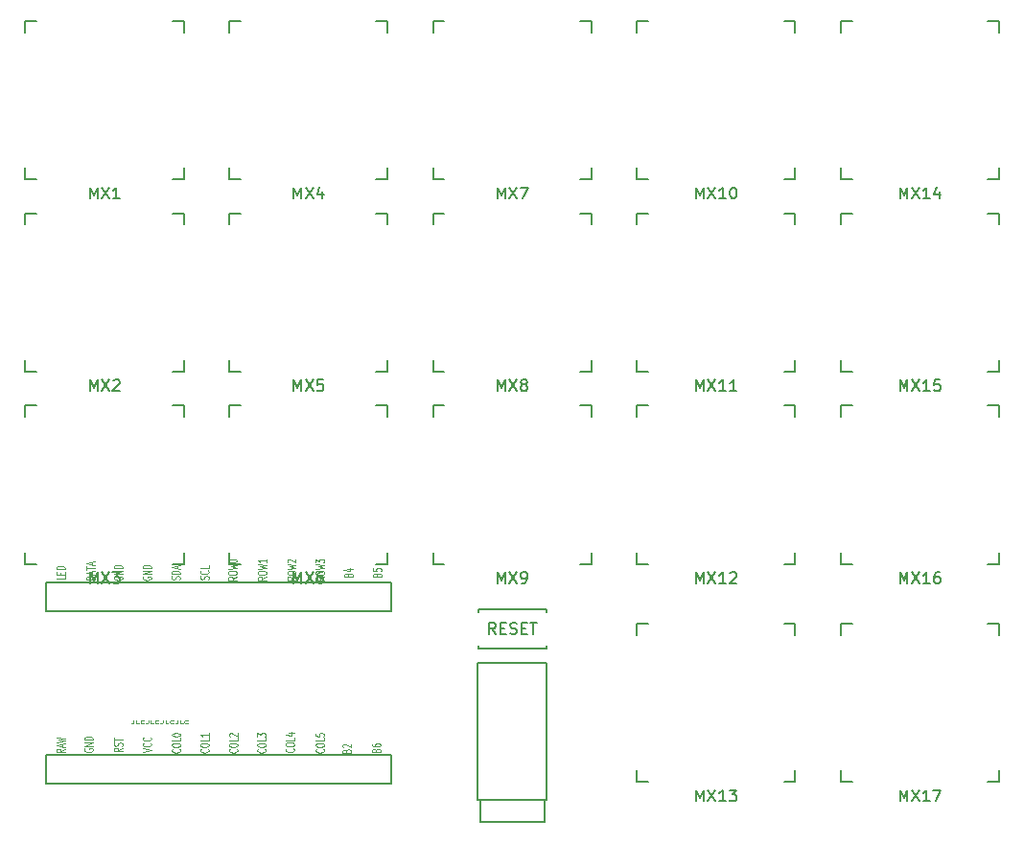
<source format=gto>
%TF.GenerationSoftware,KiCad,Pcbnew,(5.1.12)-1*%
%TF.CreationDate,2021-11-19T00:53:14-08:00*%
%TF.ProjectId,orthodox,6f727468-6f64-46f7-982e-6b696361645f,rev?*%
%TF.SameCoordinates,Original*%
%TF.FileFunction,Legend,Top*%
%TF.FilePolarity,Positive*%
%FSLAX46Y46*%
G04 Gerber Fmt 4.6, Leading zero omitted, Abs format (unit mm)*
G04 Created by KiCad (PCBNEW (5.1.12)-1) date 2021-11-19 00:53:14*
%MOMM*%
%LPD*%
G01*
G04 APERTURE LIST*
%ADD10C,0.037500*%
%ADD11C,0.150000*%
%ADD12C,0.125000*%
G04 APERTURE END LIST*
D10*
X56567676Y-88799214D02*
X56567676Y-89013500D01*
X56543866Y-89056357D01*
X56496247Y-89084928D01*
X56424819Y-89099214D01*
X56377200Y-89099214D01*
X57043866Y-89099214D02*
X56805771Y-89099214D01*
X56805771Y-88799214D01*
X57496247Y-89070642D02*
X57472438Y-89084928D01*
X57401009Y-89099214D01*
X57353390Y-89099214D01*
X57281961Y-89084928D01*
X57234342Y-89056357D01*
X57210533Y-89027785D01*
X57186723Y-88970642D01*
X57186723Y-88927785D01*
X57210533Y-88870642D01*
X57234342Y-88842071D01*
X57281961Y-88813500D01*
X57353390Y-88799214D01*
X57401009Y-88799214D01*
X57472438Y-88813500D01*
X57496247Y-88827785D01*
X57853390Y-88799214D02*
X57853390Y-89013500D01*
X57829580Y-89056357D01*
X57781961Y-89084928D01*
X57710533Y-89099214D01*
X57662914Y-89099214D01*
X58329580Y-89099214D02*
X58091485Y-89099214D01*
X58091485Y-88799214D01*
X58781961Y-89070642D02*
X58758152Y-89084928D01*
X58686723Y-89099214D01*
X58639104Y-89099214D01*
X58567676Y-89084928D01*
X58520057Y-89056357D01*
X58496247Y-89027785D01*
X58472438Y-88970642D01*
X58472438Y-88927785D01*
X58496247Y-88870642D01*
X58520057Y-88842071D01*
X58567676Y-88813500D01*
X58639104Y-88799214D01*
X58686723Y-88799214D01*
X58758152Y-88813500D01*
X58781961Y-88827785D01*
X59139104Y-88799214D02*
X59139104Y-89013500D01*
X59115295Y-89056357D01*
X59067676Y-89084928D01*
X58996247Y-89099214D01*
X58948628Y-89099214D01*
X59615295Y-89099214D02*
X59377200Y-89099214D01*
X59377200Y-88799214D01*
X60067676Y-89070642D02*
X60043866Y-89084928D01*
X59972438Y-89099214D01*
X59924819Y-89099214D01*
X59853390Y-89084928D01*
X59805771Y-89056357D01*
X59781961Y-89027785D01*
X59758152Y-88970642D01*
X59758152Y-88927785D01*
X59781961Y-88870642D01*
X59805771Y-88842071D01*
X59853390Y-88813500D01*
X59924819Y-88799214D01*
X59972438Y-88799214D01*
X60043866Y-88813500D01*
X60067676Y-88827785D01*
X60424819Y-88799214D02*
X60424819Y-89013500D01*
X60401009Y-89056357D01*
X60353390Y-89084928D01*
X60281961Y-89099214D01*
X60234342Y-89099214D01*
X60901009Y-89099214D02*
X60662914Y-89099214D01*
X60662914Y-88799214D01*
X61353390Y-89070642D02*
X61329580Y-89084928D01*
X61258152Y-89099214D01*
X61210533Y-89099214D01*
X61139104Y-89084928D01*
X61091485Y-89056357D01*
X61067676Y-89027785D01*
X61043866Y-88970642D01*
X61043866Y-88927785D01*
X61067676Y-88870642D01*
X61091485Y-88842071D01*
X61139104Y-88813500D01*
X61210533Y-88799214D01*
X61258152Y-88799214D01*
X61329580Y-88813500D01*
X61353390Y-88827785D01*
D11*
%TO.C,MX6*%
X66000000Y-75000000D02*
X65000000Y-75000000D01*
X65000000Y-75000000D02*
X65000000Y-74000000D01*
X65000000Y-62000000D02*
X65000000Y-61000000D01*
X65000000Y-61000000D02*
X66000000Y-61000000D01*
X78000000Y-61000000D02*
X79000000Y-61000000D01*
X79000000Y-61000000D02*
X79000000Y-62000000D01*
X79000000Y-74000000D02*
X79000000Y-75000000D01*
X79000000Y-75000000D02*
X78000000Y-75000000D01*
%TO.C,U2*%
X86970000Y-95805000D02*
X93070000Y-95805000D01*
X86970000Y-83705000D02*
X93070000Y-83705000D01*
X86970000Y-95805000D02*
X86970000Y-83705000D01*
X93070000Y-95805000D02*
X93070000Y-83705000D01*
X87220000Y-95805000D02*
X87220000Y-97805000D01*
X92820000Y-95805000D02*
X92820000Y-97805000D01*
X87220000Y-97805000D02*
X92820000Y-97805000D01*
%TO.C,MX1*%
X61000000Y-41000000D02*
X60000000Y-41000000D01*
X61000000Y-40000000D02*
X61000000Y-41000000D01*
X61000000Y-27000000D02*
X61000000Y-28000000D01*
X60000000Y-27000000D02*
X61000000Y-27000000D01*
X47000000Y-27000000D02*
X48000000Y-27000000D01*
X47000000Y-28000000D02*
X47000000Y-27000000D01*
X47000000Y-41000000D02*
X47000000Y-40000000D01*
X48000000Y-41000000D02*
X47000000Y-41000000D01*
%TO.C,MX2*%
X48000000Y-58000000D02*
X47000000Y-58000000D01*
X47000000Y-58000000D02*
X47000000Y-57000000D01*
X47000000Y-45000000D02*
X47000000Y-44000000D01*
X47000000Y-44000000D02*
X48000000Y-44000000D01*
X60000000Y-44000000D02*
X61000000Y-44000000D01*
X61000000Y-44000000D02*
X61000000Y-45000000D01*
X61000000Y-57000000D02*
X61000000Y-58000000D01*
X61000000Y-58000000D02*
X60000000Y-58000000D01*
%TO.C,MX3*%
X48000000Y-75000000D02*
X47000000Y-75000000D01*
X47000000Y-75000000D02*
X47000000Y-74000000D01*
X47000000Y-62000000D02*
X47000000Y-61000000D01*
X47000000Y-61000000D02*
X48000000Y-61000000D01*
X60000000Y-61000000D02*
X61000000Y-61000000D01*
X61000000Y-61000000D02*
X61000000Y-62000000D01*
X61000000Y-74000000D02*
X61000000Y-75000000D01*
X61000000Y-75000000D02*
X60000000Y-75000000D01*
%TO.C,MX4*%
X66000000Y-41000000D02*
X65000000Y-41000000D01*
X65000000Y-41000000D02*
X65000000Y-40000000D01*
X65000000Y-28000000D02*
X65000000Y-27000000D01*
X65000000Y-27000000D02*
X66000000Y-27000000D01*
X78000000Y-27000000D02*
X79000000Y-27000000D01*
X79000000Y-27000000D02*
X79000000Y-28000000D01*
X79000000Y-40000000D02*
X79000000Y-41000000D01*
X79000000Y-41000000D02*
X78000000Y-41000000D01*
%TO.C,MX5*%
X79000000Y-58000000D02*
X78000000Y-58000000D01*
X79000000Y-57000000D02*
X79000000Y-58000000D01*
X79000000Y-44000000D02*
X79000000Y-45000000D01*
X78000000Y-44000000D02*
X79000000Y-44000000D01*
X65000000Y-44000000D02*
X66000000Y-44000000D01*
X65000000Y-45000000D02*
X65000000Y-44000000D01*
X65000000Y-58000000D02*
X65000000Y-57000000D01*
X66000000Y-58000000D02*
X65000000Y-58000000D01*
%TO.C,MX7*%
X97000000Y-41000000D02*
X96000000Y-41000000D01*
X97000000Y-40000000D02*
X97000000Y-41000000D01*
X97000000Y-27000000D02*
X97000000Y-28000000D01*
X96000000Y-27000000D02*
X97000000Y-27000000D01*
X83000000Y-27000000D02*
X84000000Y-27000000D01*
X83000000Y-28000000D02*
X83000000Y-27000000D01*
X83000000Y-41000000D02*
X83000000Y-40000000D01*
X84000000Y-41000000D02*
X83000000Y-41000000D01*
%TO.C,MX8*%
X84000000Y-58000000D02*
X83000000Y-58000000D01*
X83000000Y-58000000D02*
X83000000Y-57000000D01*
X83000000Y-45000000D02*
X83000000Y-44000000D01*
X83000000Y-44000000D02*
X84000000Y-44000000D01*
X96000000Y-44000000D02*
X97000000Y-44000000D01*
X97000000Y-44000000D02*
X97000000Y-45000000D01*
X97000000Y-57000000D02*
X97000000Y-58000000D01*
X97000000Y-58000000D02*
X96000000Y-58000000D01*
%TO.C,MX9*%
X84000000Y-75000000D02*
X83000000Y-75000000D01*
X83000000Y-75000000D02*
X83000000Y-74000000D01*
X83000000Y-62000000D02*
X83000000Y-61000000D01*
X83000000Y-61000000D02*
X84000000Y-61000000D01*
X96000000Y-61000000D02*
X97000000Y-61000000D01*
X97000000Y-61000000D02*
X97000000Y-62000000D01*
X97000000Y-74000000D02*
X97000000Y-75000000D01*
X97000000Y-75000000D02*
X96000000Y-75000000D01*
%TO.C,MX10*%
X102000000Y-41000000D02*
X101000000Y-41000000D01*
X101000000Y-41000000D02*
X101000000Y-40000000D01*
X101000000Y-28000000D02*
X101000000Y-27000000D01*
X101000000Y-27000000D02*
X102000000Y-27000000D01*
X114000000Y-27000000D02*
X115000000Y-27000000D01*
X115000000Y-27000000D02*
X115000000Y-28000000D01*
X115000000Y-40000000D02*
X115000000Y-41000000D01*
X115000000Y-41000000D02*
X114000000Y-41000000D01*
%TO.C,MX11*%
X115000000Y-58000000D02*
X114000000Y-58000000D01*
X115000000Y-57000000D02*
X115000000Y-58000000D01*
X115000000Y-44000000D02*
X115000000Y-45000000D01*
X114000000Y-44000000D02*
X115000000Y-44000000D01*
X101000000Y-44000000D02*
X102000000Y-44000000D01*
X101000000Y-45000000D02*
X101000000Y-44000000D01*
X101000000Y-58000000D02*
X101000000Y-57000000D01*
X102000000Y-58000000D02*
X101000000Y-58000000D01*
%TO.C,MX12*%
X102000000Y-75000000D02*
X101000000Y-75000000D01*
X101000000Y-75000000D02*
X101000000Y-74000000D01*
X101000000Y-62000000D02*
X101000000Y-61000000D01*
X101000000Y-61000000D02*
X102000000Y-61000000D01*
X114000000Y-61000000D02*
X115000000Y-61000000D01*
X115000000Y-61000000D02*
X115000000Y-62000000D01*
X115000000Y-74000000D02*
X115000000Y-75000000D01*
X115000000Y-75000000D02*
X114000000Y-75000000D01*
%TO.C,MX13*%
X102000000Y-94250000D02*
X101000000Y-94250000D01*
X101000000Y-94250000D02*
X101000000Y-93250000D01*
X101000000Y-81250000D02*
X101000000Y-80250000D01*
X101000000Y-80250000D02*
X102000000Y-80250000D01*
X114000000Y-80250000D02*
X115000000Y-80250000D01*
X115000000Y-80250000D02*
X115000000Y-81250000D01*
X115000000Y-93250000D02*
X115000000Y-94250000D01*
X115000000Y-94250000D02*
X114000000Y-94250000D01*
%TO.C,MX14*%
X133000000Y-41000000D02*
X132000000Y-41000000D01*
X133000000Y-40000000D02*
X133000000Y-41000000D01*
X133000000Y-27000000D02*
X133000000Y-28000000D01*
X132000000Y-27000000D02*
X133000000Y-27000000D01*
X119000000Y-27000000D02*
X120000000Y-27000000D01*
X119000000Y-28000000D02*
X119000000Y-27000000D01*
X119000000Y-41000000D02*
X119000000Y-40000000D01*
X120000000Y-41000000D02*
X119000000Y-41000000D01*
%TO.C,MX15*%
X120000000Y-58000000D02*
X119000000Y-58000000D01*
X119000000Y-58000000D02*
X119000000Y-57000000D01*
X119000000Y-45000000D02*
X119000000Y-44000000D01*
X119000000Y-44000000D02*
X120000000Y-44000000D01*
X132000000Y-44000000D02*
X133000000Y-44000000D01*
X133000000Y-44000000D02*
X133000000Y-45000000D01*
X133000000Y-57000000D02*
X133000000Y-58000000D01*
X133000000Y-58000000D02*
X132000000Y-58000000D01*
%TO.C,MX16*%
X133000000Y-75000000D02*
X132000000Y-75000000D01*
X133000000Y-74000000D02*
X133000000Y-75000000D01*
X133000000Y-61000000D02*
X133000000Y-62000000D01*
X132000000Y-61000000D02*
X133000000Y-61000000D01*
X119000000Y-61000000D02*
X120000000Y-61000000D01*
X119000000Y-62000000D02*
X119000000Y-61000000D01*
X119000000Y-75000000D02*
X119000000Y-74000000D01*
X120000000Y-75000000D02*
X119000000Y-75000000D01*
%TO.C,MX17*%
X133000000Y-94250000D02*
X132000000Y-94250000D01*
X133000000Y-93250000D02*
X133000000Y-94250000D01*
X133000000Y-80250000D02*
X133000000Y-81250000D01*
X132000000Y-80250000D02*
X133000000Y-80250000D01*
X119000000Y-80250000D02*
X120000000Y-80250000D01*
X119000000Y-81250000D02*
X119000000Y-80250000D01*
X119000000Y-94250000D02*
X119000000Y-93250000D01*
X120000000Y-94250000D02*
X119000000Y-94250000D01*
%TO.C,SW1*%
X93000000Y-78980000D02*
X87000000Y-78980000D01*
X87000000Y-78980000D02*
X87000000Y-79230000D01*
X93000000Y-78980000D02*
X93000000Y-79230000D01*
X93000000Y-82480000D02*
X93000000Y-82230000D01*
X93000000Y-82480000D02*
X87000000Y-82480000D01*
X87000000Y-82480000D02*
X87000000Y-82230000D01*
%TO.C,U1*%
X79302000Y-76640000D02*
X48822000Y-76640000D01*
X79302000Y-79180000D02*
X79302000Y-76640000D01*
X48822000Y-79180000D02*
X79302000Y-79180000D01*
X48822000Y-76640000D02*
X48822000Y-79180000D01*
X79302000Y-91880000D02*
X48822000Y-91880000D01*
X79302000Y-94420000D02*
X79302000Y-91880000D01*
X48822000Y-94420000D02*
X79302000Y-94420000D01*
X48822000Y-91880000D02*
X48822000Y-94420000D01*
%TO.C,MX6*%
X70714285Y-76707380D02*
X70714285Y-75707380D01*
X71047619Y-76421666D01*
X71380952Y-75707380D01*
X71380952Y-76707380D01*
X71761904Y-75707380D02*
X72428571Y-76707380D01*
X72428571Y-75707380D02*
X71761904Y-76707380D01*
X73238095Y-75707380D02*
X73047619Y-75707380D01*
X72952380Y-75755000D01*
X72904761Y-75802619D01*
X72809523Y-75945476D01*
X72761904Y-76135952D01*
X72761904Y-76516904D01*
X72809523Y-76612142D01*
X72857142Y-76659761D01*
X72952380Y-76707380D01*
X73142857Y-76707380D01*
X73238095Y-76659761D01*
X73285714Y-76612142D01*
X73333333Y-76516904D01*
X73333333Y-76278809D01*
X73285714Y-76183571D01*
X73238095Y-76135952D01*
X73142857Y-76088333D01*
X72952380Y-76088333D01*
X72857142Y-76135952D01*
X72809523Y-76183571D01*
X72761904Y-76278809D01*
%TO.C,MX1*%
X52714285Y-42707380D02*
X52714285Y-41707380D01*
X53047619Y-42421666D01*
X53380952Y-41707380D01*
X53380952Y-42707380D01*
X53761904Y-41707380D02*
X54428571Y-42707380D01*
X54428571Y-41707380D02*
X53761904Y-42707380D01*
X55333333Y-42707380D02*
X54761904Y-42707380D01*
X55047619Y-42707380D02*
X55047619Y-41707380D01*
X54952380Y-41850238D01*
X54857142Y-41945476D01*
X54761904Y-41993095D01*
%TO.C,MX2*%
X52714285Y-59707380D02*
X52714285Y-58707380D01*
X53047619Y-59421666D01*
X53380952Y-58707380D01*
X53380952Y-59707380D01*
X53761904Y-58707380D02*
X54428571Y-59707380D01*
X54428571Y-58707380D02*
X53761904Y-59707380D01*
X54761904Y-58802619D02*
X54809523Y-58755000D01*
X54904761Y-58707380D01*
X55142857Y-58707380D01*
X55238095Y-58755000D01*
X55285714Y-58802619D01*
X55333333Y-58897857D01*
X55333333Y-58993095D01*
X55285714Y-59135952D01*
X54714285Y-59707380D01*
X55333333Y-59707380D01*
%TO.C,MX3*%
X52714285Y-76707380D02*
X52714285Y-75707380D01*
X53047619Y-76421666D01*
X53380952Y-75707380D01*
X53380952Y-76707380D01*
X53761904Y-75707380D02*
X54428571Y-76707380D01*
X54428571Y-75707380D02*
X53761904Y-76707380D01*
X54714285Y-75707380D02*
X55333333Y-75707380D01*
X55000000Y-76088333D01*
X55142857Y-76088333D01*
X55238095Y-76135952D01*
X55285714Y-76183571D01*
X55333333Y-76278809D01*
X55333333Y-76516904D01*
X55285714Y-76612142D01*
X55238095Y-76659761D01*
X55142857Y-76707380D01*
X54857142Y-76707380D01*
X54761904Y-76659761D01*
X54714285Y-76612142D01*
%TO.C,MX4*%
X70714285Y-42707380D02*
X70714285Y-41707380D01*
X71047619Y-42421666D01*
X71380952Y-41707380D01*
X71380952Y-42707380D01*
X71761904Y-41707380D02*
X72428571Y-42707380D01*
X72428571Y-41707380D02*
X71761904Y-42707380D01*
X73238095Y-42040714D02*
X73238095Y-42707380D01*
X73000000Y-41659761D02*
X72761904Y-42374047D01*
X73380952Y-42374047D01*
%TO.C,MX5*%
X70714285Y-59707380D02*
X70714285Y-58707380D01*
X71047619Y-59421666D01*
X71380952Y-58707380D01*
X71380952Y-59707380D01*
X71761904Y-58707380D02*
X72428571Y-59707380D01*
X72428571Y-58707380D02*
X71761904Y-59707380D01*
X73285714Y-58707380D02*
X72809523Y-58707380D01*
X72761904Y-59183571D01*
X72809523Y-59135952D01*
X72904761Y-59088333D01*
X73142857Y-59088333D01*
X73238095Y-59135952D01*
X73285714Y-59183571D01*
X73333333Y-59278809D01*
X73333333Y-59516904D01*
X73285714Y-59612142D01*
X73238095Y-59659761D01*
X73142857Y-59707380D01*
X72904761Y-59707380D01*
X72809523Y-59659761D01*
X72761904Y-59612142D01*
%TO.C,MX7*%
X88714285Y-42707380D02*
X88714285Y-41707380D01*
X89047619Y-42421666D01*
X89380952Y-41707380D01*
X89380952Y-42707380D01*
X89761904Y-41707380D02*
X90428571Y-42707380D01*
X90428571Y-41707380D02*
X89761904Y-42707380D01*
X90714285Y-41707380D02*
X91380952Y-41707380D01*
X90952380Y-42707380D01*
%TO.C,MX8*%
X88714285Y-59707380D02*
X88714285Y-58707380D01*
X89047619Y-59421666D01*
X89380952Y-58707380D01*
X89380952Y-59707380D01*
X89761904Y-58707380D02*
X90428571Y-59707380D01*
X90428571Y-58707380D02*
X89761904Y-59707380D01*
X90952380Y-59135952D02*
X90857142Y-59088333D01*
X90809523Y-59040714D01*
X90761904Y-58945476D01*
X90761904Y-58897857D01*
X90809523Y-58802619D01*
X90857142Y-58755000D01*
X90952380Y-58707380D01*
X91142857Y-58707380D01*
X91238095Y-58755000D01*
X91285714Y-58802619D01*
X91333333Y-58897857D01*
X91333333Y-58945476D01*
X91285714Y-59040714D01*
X91238095Y-59088333D01*
X91142857Y-59135952D01*
X90952380Y-59135952D01*
X90857142Y-59183571D01*
X90809523Y-59231190D01*
X90761904Y-59326428D01*
X90761904Y-59516904D01*
X90809523Y-59612142D01*
X90857142Y-59659761D01*
X90952380Y-59707380D01*
X91142857Y-59707380D01*
X91238095Y-59659761D01*
X91285714Y-59612142D01*
X91333333Y-59516904D01*
X91333333Y-59326428D01*
X91285714Y-59231190D01*
X91238095Y-59183571D01*
X91142857Y-59135952D01*
%TO.C,MX9*%
X88714285Y-76707380D02*
X88714285Y-75707380D01*
X89047619Y-76421666D01*
X89380952Y-75707380D01*
X89380952Y-76707380D01*
X89761904Y-75707380D02*
X90428571Y-76707380D01*
X90428571Y-75707380D02*
X89761904Y-76707380D01*
X90857142Y-76707380D02*
X91047619Y-76707380D01*
X91142857Y-76659761D01*
X91190476Y-76612142D01*
X91285714Y-76469285D01*
X91333333Y-76278809D01*
X91333333Y-75897857D01*
X91285714Y-75802619D01*
X91238095Y-75755000D01*
X91142857Y-75707380D01*
X90952380Y-75707380D01*
X90857142Y-75755000D01*
X90809523Y-75802619D01*
X90761904Y-75897857D01*
X90761904Y-76135952D01*
X90809523Y-76231190D01*
X90857142Y-76278809D01*
X90952380Y-76326428D01*
X91142857Y-76326428D01*
X91238095Y-76278809D01*
X91285714Y-76231190D01*
X91333333Y-76135952D01*
%TO.C,MX10*%
X106238095Y-42707380D02*
X106238095Y-41707380D01*
X106571428Y-42421666D01*
X106904761Y-41707380D01*
X106904761Y-42707380D01*
X107285714Y-41707380D02*
X107952380Y-42707380D01*
X107952380Y-41707380D02*
X107285714Y-42707380D01*
X108857142Y-42707380D02*
X108285714Y-42707380D01*
X108571428Y-42707380D02*
X108571428Y-41707380D01*
X108476190Y-41850238D01*
X108380952Y-41945476D01*
X108285714Y-41993095D01*
X109476190Y-41707380D02*
X109571428Y-41707380D01*
X109666666Y-41755000D01*
X109714285Y-41802619D01*
X109761904Y-41897857D01*
X109809523Y-42088333D01*
X109809523Y-42326428D01*
X109761904Y-42516904D01*
X109714285Y-42612142D01*
X109666666Y-42659761D01*
X109571428Y-42707380D01*
X109476190Y-42707380D01*
X109380952Y-42659761D01*
X109333333Y-42612142D01*
X109285714Y-42516904D01*
X109238095Y-42326428D01*
X109238095Y-42088333D01*
X109285714Y-41897857D01*
X109333333Y-41802619D01*
X109380952Y-41755000D01*
X109476190Y-41707380D01*
%TO.C,MX11*%
X106238095Y-59707380D02*
X106238095Y-58707380D01*
X106571428Y-59421666D01*
X106904761Y-58707380D01*
X106904761Y-59707380D01*
X107285714Y-58707380D02*
X107952380Y-59707380D01*
X107952380Y-58707380D02*
X107285714Y-59707380D01*
X108857142Y-59707380D02*
X108285714Y-59707380D01*
X108571428Y-59707380D02*
X108571428Y-58707380D01*
X108476190Y-58850238D01*
X108380952Y-58945476D01*
X108285714Y-58993095D01*
X109809523Y-59707380D02*
X109238095Y-59707380D01*
X109523809Y-59707380D02*
X109523809Y-58707380D01*
X109428571Y-58850238D01*
X109333333Y-58945476D01*
X109238095Y-58993095D01*
%TO.C,MX12*%
X106238095Y-76707380D02*
X106238095Y-75707380D01*
X106571428Y-76421666D01*
X106904761Y-75707380D01*
X106904761Y-76707380D01*
X107285714Y-75707380D02*
X107952380Y-76707380D01*
X107952380Y-75707380D02*
X107285714Y-76707380D01*
X108857142Y-76707380D02*
X108285714Y-76707380D01*
X108571428Y-76707380D02*
X108571428Y-75707380D01*
X108476190Y-75850238D01*
X108380952Y-75945476D01*
X108285714Y-75993095D01*
X109238095Y-75802619D02*
X109285714Y-75755000D01*
X109380952Y-75707380D01*
X109619047Y-75707380D01*
X109714285Y-75755000D01*
X109761904Y-75802619D01*
X109809523Y-75897857D01*
X109809523Y-75993095D01*
X109761904Y-76135952D01*
X109190476Y-76707380D01*
X109809523Y-76707380D01*
%TO.C,MX13*%
X106238095Y-95957380D02*
X106238095Y-94957380D01*
X106571428Y-95671666D01*
X106904761Y-94957380D01*
X106904761Y-95957380D01*
X107285714Y-94957380D02*
X107952380Y-95957380D01*
X107952380Y-94957380D02*
X107285714Y-95957380D01*
X108857142Y-95957380D02*
X108285714Y-95957380D01*
X108571428Y-95957380D02*
X108571428Y-94957380D01*
X108476190Y-95100238D01*
X108380952Y-95195476D01*
X108285714Y-95243095D01*
X109190476Y-94957380D02*
X109809523Y-94957380D01*
X109476190Y-95338333D01*
X109619047Y-95338333D01*
X109714285Y-95385952D01*
X109761904Y-95433571D01*
X109809523Y-95528809D01*
X109809523Y-95766904D01*
X109761904Y-95862142D01*
X109714285Y-95909761D01*
X109619047Y-95957380D01*
X109333333Y-95957380D01*
X109238095Y-95909761D01*
X109190476Y-95862142D01*
%TO.C,MX14*%
X124238095Y-42707380D02*
X124238095Y-41707380D01*
X124571428Y-42421666D01*
X124904761Y-41707380D01*
X124904761Y-42707380D01*
X125285714Y-41707380D02*
X125952380Y-42707380D01*
X125952380Y-41707380D02*
X125285714Y-42707380D01*
X126857142Y-42707380D02*
X126285714Y-42707380D01*
X126571428Y-42707380D02*
X126571428Y-41707380D01*
X126476190Y-41850238D01*
X126380952Y-41945476D01*
X126285714Y-41993095D01*
X127714285Y-42040714D02*
X127714285Y-42707380D01*
X127476190Y-41659761D02*
X127238095Y-42374047D01*
X127857142Y-42374047D01*
%TO.C,MX15*%
X124238095Y-59707380D02*
X124238095Y-58707380D01*
X124571428Y-59421666D01*
X124904761Y-58707380D01*
X124904761Y-59707380D01*
X125285714Y-58707380D02*
X125952380Y-59707380D01*
X125952380Y-58707380D02*
X125285714Y-59707380D01*
X126857142Y-59707380D02*
X126285714Y-59707380D01*
X126571428Y-59707380D02*
X126571428Y-58707380D01*
X126476190Y-58850238D01*
X126380952Y-58945476D01*
X126285714Y-58993095D01*
X127761904Y-58707380D02*
X127285714Y-58707380D01*
X127238095Y-59183571D01*
X127285714Y-59135952D01*
X127380952Y-59088333D01*
X127619047Y-59088333D01*
X127714285Y-59135952D01*
X127761904Y-59183571D01*
X127809523Y-59278809D01*
X127809523Y-59516904D01*
X127761904Y-59612142D01*
X127714285Y-59659761D01*
X127619047Y-59707380D01*
X127380952Y-59707380D01*
X127285714Y-59659761D01*
X127238095Y-59612142D01*
%TO.C,MX16*%
X124238095Y-76707380D02*
X124238095Y-75707380D01*
X124571428Y-76421666D01*
X124904761Y-75707380D01*
X124904761Y-76707380D01*
X125285714Y-75707380D02*
X125952380Y-76707380D01*
X125952380Y-75707380D02*
X125285714Y-76707380D01*
X126857142Y-76707380D02*
X126285714Y-76707380D01*
X126571428Y-76707380D02*
X126571428Y-75707380D01*
X126476190Y-75850238D01*
X126380952Y-75945476D01*
X126285714Y-75993095D01*
X127714285Y-75707380D02*
X127523809Y-75707380D01*
X127428571Y-75755000D01*
X127380952Y-75802619D01*
X127285714Y-75945476D01*
X127238095Y-76135952D01*
X127238095Y-76516904D01*
X127285714Y-76612142D01*
X127333333Y-76659761D01*
X127428571Y-76707380D01*
X127619047Y-76707380D01*
X127714285Y-76659761D01*
X127761904Y-76612142D01*
X127809523Y-76516904D01*
X127809523Y-76278809D01*
X127761904Y-76183571D01*
X127714285Y-76135952D01*
X127619047Y-76088333D01*
X127428571Y-76088333D01*
X127333333Y-76135952D01*
X127285714Y-76183571D01*
X127238095Y-76278809D01*
%TO.C,MX17*%
X124238095Y-95957380D02*
X124238095Y-94957380D01*
X124571428Y-95671666D01*
X124904761Y-94957380D01*
X124904761Y-95957380D01*
X125285714Y-94957380D02*
X125952380Y-95957380D01*
X125952380Y-94957380D02*
X125285714Y-95957380D01*
X126857142Y-95957380D02*
X126285714Y-95957380D01*
X126571428Y-95957380D02*
X126571428Y-94957380D01*
X126476190Y-95100238D01*
X126380952Y-95195476D01*
X126285714Y-95243095D01*
X127190476Y-94957380D02*
X127857142Y-94957380D01*
X127428571Y-95957380D01*
%TO.C,SW1*%
X88547619Y-81182380D02*
X88214285Y-80706190D01*
X87976190Y-81182380D02*
X87976190Y-80182380D01*
X88357142Y-80182380D01*
X88452380Y-80230000D01*
X88500000Y-80277619D01*
X88547619Y-80372857D01*
X88547619Y-80515714D01*
X88500000Y-80610952D01*
X88452380Y-80658571D01*
X88357142Y-80706190D01*
X87976190Y-80706190D01*
X88976190Y-80658571D02*
X89309523Y-80658571D01*
X89452380Y-81182380D02*
X88976190Y-81182380D01*
X88976190Y-80182380D01*
X89452380Y-80182380D01*
X89833333Y-81134761D02*
X89976190Y-81182380D01*
X90214285Y-81182380D01*
X90309523Y-81134761D01*
X90357142Y-81087142D01*
X90404761Y-80991904D01*
X90404761Y-80896666D01*
X90357142Y-80801428D01*
X90309523Y-80753809D01*
X90214285Y-80706190D01*
X90023809Y-80658571D01*
X89928571Y-80610952D01*
X89880952Y-80563333D01*
X89833333Y-80468095D01*
X89833333Y-80372857D01*
X89880952Y-80277619D01*
X89928571Y-80230000D01*
X90023809Y-80182380D01*
X90261904Y-80182380D01*
X90404761Y-80230000D01*
X90833333Y-80658571D02*
X91166666Y-80658571D01*
X91309523Y-81182380D02*
X90833333Y-81182380D01*
X90833333Y-80182380D01*
X91309523Y-80182380D01*
X91595238Y-80182380D02*
X92166666Y-80182380D01*
X91880952Y-81182380D02*
X91880952Y-80182380D01*
%TO.C,U1*%
D12*
X68274785Y-76130952D02*
X67917642Y-76297619D01*
X68274785Y-76416666D02*
X67524785Y-76416666D01*
X67524785Y-76226190D01*
X67560500Y-76178571D01*
X67596214Y-76154761D01*
X67667642Y-76130952D01*
X67774785Y-76130952D01*
X67846214Y-76154761D01*
X67881928Y-76178571D01*
X67917642Y-76226190D01*
X67917642Y-76416666D01*
X67524785Y-75821428D02*
X67524785Y-75726190D01*
X67560500Y-75678571D01*
X67631928Y-75630952D01*
X67774785Y-75607142D01*
X68024785Y-75607142D01*
X68167642Y-75630952D01*
X68239071Y-75678571D01*
X68274785Y-75726190D01*
X68274785Y-75821428D01*
X68239071Y-75869047D01*
X68167642Y-75916666D01*
X68024785Y-75940476D01*
X67774785Y-75940476D01*
X67631928Y-75916666D01*
X67560500Y-75869047D01*
X67524785Y-75821428D01*
X67524785Y-75440476D02*
X68274785Y-75321428D01*
X67739071Y-75226190D01*
X68274785Y-75130952D01*
X67524785Y-75011904D01*
X68274785Y-74559523D02*
X68274785Y-74845238D01*
X68274785Y-74702380D02*
X67524785Y-74702380D01*
X67631928Y-74750000D01*
X67703357Y-74797619D01*
X67739071Y-74845238D01*
X70679857Y-91297619D02*
X70715571Y-91321428D01*
X70751285Y-91392857D01*
X70751285Y-91440476D01*
X70715571Y-91511904D01*
X70644142Y-91559523D01*
X70572714Y-91583333D01*
X70429857Y-91607142D01*
X70322714Y-91607142D01*
X70179857Y-91583333D01*
X70108428Y-91559523D01*
X70037000Y-91511904D01*
X70001285Y-91440476D01*
X70001285Y-91392857D01*
X70037000Y-91321428D01*
X70072714Y-91297619D01*
X70001285Y-90988095D02*
X70001285Y-90892857D01*
X70037000Y-90845238D01*
X70108428Y-90797619D01*
X70251285Y-90773809D01*
X70501285Y-90773809D01*
X70644142Y-90797619D01*
X70715571Y-90845238D01*
X70751285Y-90892857D01*
X70751285Y-90988095D01*
X70715571Y-91035714D01*
X70644142Y-91083333D01*
X70501285Y-91107142D01*
X70251285Y-91107142D01*
X70108428Y-91083333D01*
X70037000Y-91035714D01*
X70001285Y-90988095D01*
X70751285Y-90321428D02*
X70751285Y-90559523D01*
X70001285Y-90559523D01*
X70251285Y-89940476D02*
X70751285Y-89940476D01*
X69965571Y-90059523D02*
X70501285Y-90178571D01*
X70501285Y-89869047D01*
X70878285Y-76130952D02*
X70521142Y-76297619D01*
X70878285Y-76416666D02*
X70128285Y-76416666D01*
X70128285Y-76226190D01*
X70164000Y-76178571D01*
X70199714Y-76154761D01*
X70271142Y-76130952D01*
X70378285Y-76130952D01*
X70449714Y-76154761D01*
X70485428Y-76178571D01*
X70521142Y-76226190D01*
X70521142Y-76416666D01*
X70128285Y-75821428D02*
X70128285Y-75726190D01*
X70164000Y-75678571D01*
X70235428Y-75630952D01*
X70378285Y-75607142D01*
X70628285Y-75607142D01*
X70771142Y-75630952D01*
X70842571Y-75678571D01*
X70878285Y-75726190D01*
X70878285Y-75821428D01*
X70842571Y-75869047D01*
X70771142Y-75916666D01*
X70628285Y-75940476D01*
X70378285Y-75940476D01*
X70235428Y-75916666D01*
X70164000Y-75869047D01*
X70128285Y-75821428D01*
X70128285Y-75440476D02*
X70878285Y-75321428D01*
X70342571Y-75226190D01*
X70878285Y-75130952D01*
X70128285Y-75011904D01*
X70199714Y-74845238D02*
X70164000Y-74821428D01*
X70128285Y-74773809D01*
X70128285Y-74654761D01*
X70164000Y-74607142D01*
X70199714Y-74583333D01*
X70271142Y-74559523D01*
X70342571Y-74559523D01*
X70449714Y-74583333D01*
X70878285Y-74869047D01*
X70878285Y-74559523D01*
X73317857Y-91347619D02*
X73353571Y-91371428D01*
X73389285Y-91442857D01*
X73389285Y-91490476D01*
X73353571Y-91561904D01*
X73282142Y-91609523D01*
X73210714Y-91633333D01*
X73067857Y-91657142D01*
X72960714Y-91657142D01*
X72817857Y-91633333D01*
X72746428Y-91609523D01*
X72675000Y-91561904D01*
X72639285Y-91490476D01*
X72639285Y-91442857D01*
X72675000Y-91371428D01*
X72710714Y-91347619D01*
X72639285Y-91038095D02*
X72639285Y-90942857D01*
X72675000Y-90895238D01*
X72746428Y-90847619D01*
X72889285Y-90823809D01*
X73139285Y-90823809D01*
X73282142Y-90847619D01*
X73353571Y-90895238D01*
X73389285Y-90942857D01*
X73389285Y-91038095D01*
X73353571Y-91085714D01*
X73282142Y-91133333D01*
X73139285Y-91157142D01*
X72889285Y-91157142D01*
X72746428Y-91133333D01*
X72675000Y-91085714D01*
X72639285Y-91038095D01*
X73389285Y-90371428D02*
X73389285Y-90609523D01*
X72639285Y-90609523D01*
X72639285Y-89966666D02*
X72639285Y-90204761D01*
X72996428Y-90228571D01*
X72960714Y-90204761D01*
X72925000Y-90157142D01*
X72925000Y-90038095D01*
X72960714Y-89990476D01*
X72996428Y-89966666D01*
X73067857Y-89942857D01*
X73246428Y-89942857D01*
X73317857Y-89966666D01*
X73353571Y-89990476D01*
X73389285Y-90038095D01*
X73389285Y-90157142D01*
X73353571Y-90204761D01*
X73317857Y-90228571D01*
X73389285Y-76130952D02*
X73032142Y-76297619D01*
X73389285Y-76416666D02*
X72639285Y-76416666D01*
X72639285Y-76226190D01*
X72675000Y-76178571D01*
X72710714Y-76154761D01*
X72782142Y-76130952D01*
X72889285Y-76130952D01*
X72960714Y-76154761D01*
X72996428Y-76178571D01*
X73032142Y-76226190D01*
X73032142Y-76416666D01*
X72639285Y-75821428D02*
X72639285Y-75726190D01*
X72675000Y-75678571D01*
X72746428Y-75630952D01*
X72889285Y-75607142D01*
X73139285Y-75607142D01*
X73282142Y-75630952D01*
X73353571Y-75678571D01*
X73389285Y-75726190D01*
X73389285Y-75821428D01*
X73353571Y-75869047D01*
X73282142Y-75916666D01*
X73139285Y-75940476D01*
X72889285Y-75940476D01*
X72746428Y-75916666D01*
X72675000Y-75869047D01*
X72639285Y-75821428D01*
X72639285Y-75440476D02*
X73389285Y-75321428D01*
X72853571Y-75226190D01*
X73389285Y-75130952D01*
X72639285Y-75011904D01*
X72639285Y-74869047D02*
X72639285Y-74559523D01*
X72925000Y-74726190D01*
X72925000Y-74654761D01*
X72960714Y-74607142D01*
X72996428Y-74583333D01*
X73067857Y-74559523D01*
X73246428Y-74559523D01*
X73317857Y-74583333D01*
X73353571Y-74607142D01*
X73389285Y-74654761D01*
X73389285Y-74797619D01*
X73353571Y-74845238D01*
X73317857Y-74869047D01*
X75374928Y-91510880D02*
X75410642Y-91439452D01*
X75446357Y-91415642D01*
X75517785Y-91391833D01*
X75624928Y-91391833D01*
X75696357Y-91415642D01*
X75732071Y-91439452D01*
X75767785Y-91487071D01*
X75767785Y-91677547D01*
X75017785Y-91677547D01*
X75017785Y-91510880D01*
X75053500Y-91463261D01*
X75089214Y-91439452D01*
X75160642Y-91415642D01*
X75232071Y-91415642D01*
X75303500Y-91439452D01*
X75339214Y-91463261D01*
X75374928Y-91510880D01*
X75374928Y-91677547D01*
X75089214Y-91201357D02*
X75053500Y-91177547D01*
X75017785Y-91129928D01*
X75017785Y-91010880D01*
X75053500Y-90963261D01*
X75089214Y-90939452D01*
X75160642Y-90915642D01*
X75232071Y-90915642D01*
X75339214Y-90939452D01*
X75767785Y-91225166D01*
X75767785Y-90915642D01*
X75501928Y-75953380D02*
X75537642Y-75881952D01*
X75573357Y-75858142D01*
X75644785Y-75834333D01*
X75751928Y-75834333D01*
X75823357Y-75858142D01*
X75859071Y-75881952D01*
X75894785Y-75929571D01*
X75894785Y-76120047D01*
X75144785Y-76120047D01*
X75144785Y-75953380D01*
X75180500Y-75905761D01*
X75216214Y-75881952D01*
X75287642Y-75858142D01*
X75359071Y-75858142D01*
X75430500Y-75881952D01*
X75466214Y-75905761D01*
X75501928Y-75953380D01*
X75501928Y-76120047D01*
X75394785Y-75405761D02*
X75894785Y-75405761D01*
X75109071Y-75524809D02*
X75644785Y-75643857D01*
X75644785Y-75334333D01*
X78041928Y-75953380D02*
X78077642Y-75881952D01*
X78113357Y-75858142D01*
X78184785Y-75834333D01*
X78291928Y-75834333D01*
X78363357Y-75858142D01*
X78399071Y-75881952D01*
X78434785Y-75929571D01*
X78434785Y-76120047D01*
X77684785Y-76120047D01*
X77684785Y-75953380D01*
X77720500Y-75905761D01*
X77756214Y-75881952D01*
X77827642Y-75858142D01*
X77899071Y-75858142D01*
X77970500Y-75881952D01*
X78006214Y-75905761D01*
X78041928Y-75953380D01*
X78041928Y-76120047D01*
X77684785Y-75381952D02*
X77684785Y-75620047D01*
X78041928Y-75643857D01*
X78006214Y-75620047D01*
X77970500Y-75572428D01*
X77970500Y-75453380D01*
X78006214Y-75405761D01*
X78041928Y-75381952D01*
X78113357Y-75358142D01*
X78291928Y-75358142D01*
X78363357Y-75381952D01*
X78399071Y-75405761D01*
X78434785Y-75453380D01*
X78434785Y-75572428D01*
X78399071Y-75620047D01*
X78363357Y-75643857D01*
X77978428Y-91447380D02*
X78014142Y-91375952D01*
X78049857Y-91352142D01*
X78121285Y-91328333D01*
X78228428Y-91328333D01*
X78299857Y-91352142D01*
X78335571Y-91375952D01*
X78371285Y-91423571D01*
X78371285Y-91614047D01*
X77621285Y-91614047D01*
X77621285Y-91447380D01*
X77657000Y-91399761D01*
X77692714Y-91375952D01*
X77764142Y-91352142D01*
X77835571Y-91352142D01*
X77907000Y-91375952D01*
X77942714Y-91399761D01*
X77978428Y-91447380D01*
X77978428Y-91614047D01*
X77621285Y-90899761D02*
X77621285Y-90995000D01*
X77657000Y-91042619D01*
X77692714Y-91066428D01*
X77799857Y-91114047D01*
X77942714Y-91137857D01*
X78228428Y-91137857D01*
X78299857Y-91114047D01*
X78335571Y-91090238D01*
X78371285Y-91042619D01*
X78371285Y-90947380D01*
X78335571Y-90899761D01*
X78299857Y-90875952D01*
X78228428Y-90852142D01*
X78049857Y-90852142D01*
X77978428Y-90875952D01*
X77942714Y-90899761D01*
X77907000Y-90947380D01*
X77907000Y-91042619D01*
X77942714Y-91090238D01*
X77978428Y-91114047D01*
X78049857Y-91137857D01*
X60617857Y-91347619D02*
X60653571Y-91371428D01*
X60689285Y-91442857D01*
X60689285Y-91490476D01*
X60653571Y-91561904D01*
X60582142Y-91609523D01*
X60510714Y-91633333D01*
X60367857Y-91657142D01*
X60260714Y-91657142D01*
X60117857Y-91633333D01*
X60046428Y-91609523D01*
X59975000Y-91561904D01*
X59939285Y-91490476D01*
X59939285Y-91442857D01*
X59975000Y-91371428D01*
X60010714Y-91347619D01*
X59939285Y-91038095D02*
X59939285Y-90942857D01*
X59975000Y-90895238D01*
X60046428Y-90847619D01*
X60189285Y-90823809D01*
X60439285Y-90823809D01*
X60582142Y-90847619D01*
X60653571Y-90895238D01*
X60689285Y-90942857D01*
X60689285Y-91038095D01*
X60653571Y-91085714D01*
X60582142Y-91133333D01*
X60439285Y-91157142D01*
X60189285Y-91157142D01*
X60046428Y-91133333D01*
X59975000Y-91085714D01*
X59939285Y-91038095D01*
X60689285Y-90371428D02*
X60689285Y-90609523D01*
X59939285Y-90609523D01*
X59939285Y-90109523D02*
X59939285Y-90061904D01*
X59975000Y-90014285D01*
X60010714Y-89990476D01*
X60082142Y-89966666D01*
X60225000Y-89942857D01*
X60403571Y-89942857D01*
X60546428Y-89966666D01*
X60617857Y-89990476D01*
X60653571Y-90014285D01*
X60689285Y-90061904D01*
X60689285Y-90109523D01*
X60653571Y-90157142D01*
X60617857Y-90180952D01*
X60546428Y-90204761D01*
X60403571Y-90228571D01*
X60225000Y-90228571D01*
X60082142Y-90204761D01*
X60010714Y-90180952D01*
X59975000Y-90157142D01*
X59939285Y-90109523D01*
X60619071Y-76358142D02*
X60654785Y-76286714D01*
X60654785Y-76167666D01*
X60619071Y-76120047D01*
X60583357Y-76096238D01*
X60511928Y-76072428D01*
X60440500Y-76072428D01*
X60369071Y-76096238D01*
X60333357Y-76120047D01*
X60297642Y-76167666D01*
X60261928Y-76262904D01*
X60226214Y-76310523D01*
X60190500Y-76334333D01*
X60119071Y-76358142D01*
X60047642Y-76358142D01*
X59976214Y-76334333D01*
X59940500Y-76310523D01*
X59904785Y-76262904D01*
X59904785Y-76143857D01*
X59940500Y-76072428D01*
X60654785Y-75858142D02*
X59904785Y-75858142D01*
X59904785Y-75739095D01*
X59940500Y-75667666D01*
X60011928Y-75620047D01*
X60083357Y-75596238D01*
X60226214Y-75572428D01*
X60333357Y-75572428D01*
X60476214Y-75596238D01*
X60547642Y-75620047D01*
X60619071Y-75667666D01*
X60654785Y-75739095D01*
X60654785Y-75858142D01*
X60440500Y-75381952D02*
X60440500Y-75143857D01*
X60654785Y-75429571D02*
X59904785Y-75262904D01*
X60654785Y-75096238D01*
X63123357Y-91347619D02*
X63159071Y-91371428D01*
X63194785Y-91442857D01*
X63194785Y-91490476D01*
X63159071Y-91561904D01*
X63087642Y-91609523D01*
X63016214Y-91633333D01*
X62873357Y-91657142D01*
X62766214Y-91657142D01*
X62623357Y-91633333D01*
X62551928Y-91609523D01*
X62480500Y-91561904D01*
X62444785Y-91490476D01*
X62444785Y-91442857D01*
X62480500Y-91371428D01*
X62516214Y-91347619D01*
X62444785Y-91038095D02*
X62444785Y-90942857D01*
X62480500Y-90895238D01*
X62551928Y-90847619D01*
X62694785Y-90823809D01*
X62944785Y-90823809D01*
X63087642Y-90847619D01*
X63159071Y-90895238D01*
X63194785Y-90942857D01*
X63194785Y-91038095D01*
X63159071Y-91085714D01*
X63087642Y-91133333D01*
X62944785Y-91157142D01*
X62694785Y-91157142D01*
X62551928Y-91133333D01*
X62480500Y-91085714D01*
X62444785Y-91038095D01*
X63194785Y-90371428D02*
X63194785Y-90609523D01*
X62444785Y-90609523D01*
X63194785Y-89942857D02*
X63194785Y-90228571D01*
X63194785Y-90085714D02*
X62444785Y-90085714D01*
X62551928Y-90133333D01*
X62623357Y-90180952D01*
X62659071Y-90228571D01*
X63159071Y-76346238D02*
X63194785Y-76274809D01*
X63194785Y-76155761D01*
X63159071Y-76108142D01*
X63123357Y-76084333D01*
X63051928Y-76060523D01*
X62980500Y-76060523D01*
X62909071Y-76084333D01*
X62873357Y-76108142D01*
X62837642Y-76155761D01*
X62801928Y-76251000D01*
X62766214Y-76298619D01*
X62730500Y-76322428D01*
X62659071Y-76346238D01*
X62587642Y-76346238D01*
X62516214Y-76322428D01*
X62480500Y-76298619D01*
X62444785Y-76251000D01*
X62444785Y-76131952D01*
X62480500Y-76060523D01*
X63123357Y-75560523D02*
X63159071Y-75584333D01*
X63194785Y-75655761D01*
X63194785Y-75703380D01*
X63159071Y-75774809D01*
X63087642Y-75822428D01*
X63016214Y-75846238D01*
X62873357Y-75870047D01*
X62766214Y-75870047D01*
X62623357Y-75846238D01*
X62551928Y-75822428D01*
X62480500Y-75774809D01*
X62444785Y-75703380D01*
X62444785Y-75655761D01*
X62480500Y-75584333D01*
X62516214Y-75560523D01*
X63194785Y-75108142D02*
X63194785Y-75346238D01*
X62444785Y-75346238D01*
X65667857Y-91347619D02*
X65703571Y-91371428D01*
X65739285Y-91442857D01*
X65739285Y-91490476D01*
X65703571Y-91561904D01*
X65632142Y-91609523D01*
X65560714Y-91633333D01*
X65417857Y-91657142D01*
X65310714Y-91657142D01*
X65167857Y-91633333D01*
X65096428Y-91609523D01*
X65025000Y-91561904D01*
X64989285Y-91490476D01*
X64989285Y-91442857D01*
X65025000Y-91371428D01*
X65060714Y-91347619D01*
X64989285Y-91038095D02*
X64989285Y-90942857D01*
X65025000Y-90895238D01*
X65096428Y-90847619D01*
X65239285Y-90823809D01*
X65489285Y-90823809D01*
X65632142Y-90847619D01*
X65703571Y-90895238D01*
X65739285Y-90942857D01*
X65739285Y-91038095D01*
X65703571Y-91085714D01*
X65632142Y-91133333D01*
X65489285Y-91157142D01*
X65239285Y-91157142D01*
X65096428Y-91133333D01*
X65025000Y-91085714D01*
X64989285Y-91038095D01*
X65739285Y-90371428D02*
X65739285Y-90609523D01*
X64989285Y-90609523D01*
X65060714Y-90228571D02*
X65025000Y-90204761D01*
X64989285Y-90157142D01*
X64989285Y-90038095D01*
X65025000Y-89990476D01*
X65060714Y-89966666D01*
X65132142Y-89942857D01*
X65203571Y-89942857D01*
X65310714Y-89966666D01*
X65739285Y-90252380D01*
X65739285Y-89942857D01*
X65671285Y-76130952D02*
X65314142Y-76297619D01*
X65671285Y-76416666D02*
X64921285Y-76416666D01*
X64921285Y-76226190D01*
X64957000Y-76178571D01*
X64992714Y-76154761D01*
X65064142Y-76130952D01*
X65171285Y-76130952D01*
X65242714Y-76154761D01*
X65278428Y-76178571D01*
X65314142Y-76226190D01*
X65314142Y-76416666D01*
X64921285Y-75821428D02*
X64921285Y-75726190D01*
X64957000Y-75678571D01*
X65028428Y-75630952D01*
X65171285Y-75607142D01*
X65421285Y-75607142D01*
X65564142Y-75630952D01*
X65635571Y-75678571D01*
X65671285Y-75726190D01*
X65671285Y-75821428D01*
X65635571Y-75869047D01*
X65564142Y-75916666D01*
X65421285Y-75940476D01*
X65171285Y-75940476D01*
X65028428Y-75916666D01*
X64957000Y-75869047D01*
X64921285Y-75821428D01*
X64921285Y-75440476D02*
X65671285Y-75321428D01*
X65135571Y-75226190D01*
X65671285Y-75130952D01*
X64921285Y-75011904D01*
X64921285Y-74726190D02*
X64921285Y-74678571D01*
X64957000Y-74630952D01*
X64992714Y-74607142D01*
X65064142Y-74583333D01*
X65207000Y-74559523D01*
X65385571Y-74559523D01*
X65528428Y-74583333D01*
X65599857Y-74607142D01*
X65635571Y-74630952D01*
X65671285Y-74678571D01*
X65671285Y-74726190D01*
X65635571Y-74773809D01*
X65599857Y-74797619D01*
X65528428Y-74821428D01*
X65385571Y-74845238D01*
X65207000Y-74845238D01*
X65064142Y-74821428D01*
X64992714Y-74797619D01*
X64957000Y-74773809D01*
X64921285Y-74726190D01*
X68167857Y-91347619D02*
X68203571Y-91371428D01*
X68239285Y-91442857D01*
X68239285Y-91490476D01*
X68203571Y-91561904D01*
X68132142Y-91609523D01*
X68060714Y-91633333D01*
X67917857Y-91657142D01*
X67810714Y-91657142D01*
X67667857Y-91633333D01*
X67596428Y-91609523D01*
X67525000Y-91561904D01*
X67489285Y-91490476D01*
X67489285Y-91442857D01*
X67525000Y-91371428D01*
X67560714Y-91347619D01*
X67489285Y-91038095D02*
X67489285Y-90942857D01*
X67525000Y-90895238D01*
X67596428Y-90847619D01*
X67739285Y-90823809D01*
X67989285Y-90823809D01*
X68132142Y-90847619D01*
X68203571Y-90895238D01*
X68239285Y-90942857D01*
X68239285Y-91038095D01*
X68203571Y-91085714D01*
X68132142Y-91133333D01*
X67989285Y-91157142D01*
X67739285Y-91157142D01*
X67596428Y-91133333D01*
X67525000Y-91085714D01*
X67489285Y-91038095D01*
X68239285Y-90371428D02*
X68239285Y-90609523D01*
X67489285Y-90609523D01*
X67489285Y-90252380D02*
X67489285Y-89942857D01*
X67775000Y-90109523D01*
X67775000Y-90038095D01*
X67810714Y-89990476D01*
X67846428Y-89966666D01*
X67917857Y-89942857D01*
X68096428Y-89942857D01*
X68167857Y-89966666D01*
X68203571Y-89990476D01*
X68239285Y-90038095D01*
X68239285Y-90180952D01*
X68203571Y-90228571D01*
X68167857Y-90252380D01*
X57400500Y-76131952D02*
X57364785Y-76179571D01*
X57364785Y-76251000D01*
X57400500Y-76322428D01*
X57471928Y-76370047D01*
X57543357Y-76393857D01*
X57686214Y-76417666D01*
X57793357Y-76417666D01*
X57936214Y-76393857D01*
X58007642Y-76370047D01*
X58079071Y-76322428D01*
X58114785Y-76251000D01*
X58114785Y-76203380D01*
X58079071Y-76131952D01*
X58043357Y-76108142D01*
X57793357Y-76108142D01*
X57793357Y-76203380D01*
X58114785Y-75893857D02*
X57364785Y-75893857D01*
X58114785Y-75608142D01*
X57364785Y-75608142D01*
X58114785Y-75370047D02*
X57364785Y-75370047D01*
X57364785Y-75251000D01*
X57400500Y-75179571D01*
X57471928Y-75131952D01*
X57543357Y-75108142D01*
X57686214Y-75084333D01*
X57793357Y-75084333D01*
X57936214Y-75108142D01*
X58007642Y-75131952D01*
X58079071Y-75179571D01*
X58114785Y-75251000D01*
X58114785Y-75370047D01*
X57364785Y-91594166D02*
X58114785Y-91427500D01*
X57364785Y-91260833D01*
X58043357Y-90808452D02*
X58079071Y-90832261D01*
X58114785Y-90903690D01*
X58114785Y-90951309D01*
X58079071Y-91022738D01*
X58007642Y-91070357D01*
X57936214Y-91094166D01*
X57793357Y-91117976D01*
X57686214Y-91117976D01*
X57543357Y-91094166D01*
X57471928Y-91070357D01*
X57400500Y-91022738D01*
X57364785Y-90951309D01*
X57364785Y-90903690D01*
X57400500Y-90832261D01*
X57436214Y-90808452D01*
X58043357Y-90308452D02*
X58079071Y-90332261D01*
X58114785Y-90403690D01*
X58114785Y-90451309D01*
X58079071Y-90522738D01*
X58007642Y-90570357D01*
X57936214Y-90594166D01*
X57793357Y-90617976D01*
X57686214Y-90617976D01*
X57543357Y-90594166D01*
X57471928Y-90570357D01*
X57400500Y-90522738D01*
X57364785Y-90451309D01*
X57364785Y-90403690D01*
X57400500Y-90332261D01*
X57436214Y-90308452D01*
X54860500Y-76131952D02*
X54824785Y-76179571D01*
X54824785Y-76251000D01*
X54860500Y-76322428D01*
X54931928Y-76370047D01*
X55003357Y-76393857D01*
X55146214Y-76417666D01*
X55253357Y-76417666D01*
X55396214Y-76393857D01*
X55467642Y-76370047D01*
X55539071Y-76322428D01*
X55574785Y-76251000D01*
X55574785Y-76203380D01*
X55539071Y-76131952D01*
X55503357Y-76108142D01*
X55253357Y-76108142D01*
X55253357Y-76203380D01*
X55574785Y-75893857D02*
X54824785Y-75893857D01*
X55574785Y-75608142D01*
X54824785Y-75608142D01*
X55574785Y-75370047D02*
X54824785Y-75370047D01*
X54824785Y-75251000D01*
X54860500Y-75179571D01*
X54931928Y-75131952D01*
X55003357Y-75108142D01*
X55146214Y-75084333D01*
X55253357Y-75084333D01*
X55396214Y-75108142D01*
X55467642Y-75131952D01*
X55539071Y-75179571D01*
X55574785Y-75251000D01*
X55574785Y-75370047D01*
X55574785Y-91264809D02*
X55217642Y-91431476D01*
X55574785Y-91550523D02*
X54824785Y-91550523D01*
X54824785Y-91360047D01*
X54860500Y-91312428D01*
X54896214Y-91288619D01*
X54967642Y-91264809D01*
X55074785Y-91264809D01*
X55146214Y-91288619D01*
X55181928Y-91312428D01*
X55217642Y-91360047D01*
X55217642Y-91550523D01*
X55539071Y-91074333D02*
X55574785Y-91002904D01*
X55574785Y-90883857D01*
X55539071Y-90836238D01*
X55503357Y-90812428D01*
X55431928Y-90788619D01*
X55360500Y-90788619D01*
X55289071Y-90812428D01*
X55253357Y-90836238D01*
X55217642Y-90883857D01*
X55181928Y-90979095D01*
X55146214Y-91026714D01*
X55110500Y-91050523D01*
X55039071Y-91074333D01*
X54967642Y-91074333D01*
X54896214Y-91050523D01*
X54860500Y-91026714D01*
X54824785Y-90979095D01*
X54824785Y-90860047D01*
X54860500Y-90788619D01*
X54824785Y-90645761D02*
X54824785Y-90360047D01*
X55574785Y-90502904D02*
X54824785Y-90502904D01*
X53139285Y-76350000D02*
X52389285Y-76350000D01*
X52389285Y-76230952D01*
X52425000Y-76159523D01*
X52496428Y-76111904D01*
X52567857Y-76088095D01*
X52710714Y-76064285D01*
X52817857Y-76064285D01*
X52960714Y-76088095D01*
X53032142Y-76111904D01*
X53103571Y-76159523D01*
X53139285Y-76230952D01*
X53139285Y-76350000D01*
X52925000Y-75873809D02*
X52925000Y-75635714D01*
X53139285Y-75921428D02*
X52389285Y-75754761D01*
X53139285Y-75588095D01*
X52389285Y-75492857D02*
X52389285Y-75207142D01*
X53139285Y-75350000D02*
X52389285Y-75350000D01*
X52925000Y-75064285D02*
X52925000Y-74826190D01*
X53139285Y-75111904D02*
X52389285Y-74945238D01*
X53139285Y-74778571D01*
X52257000Y-91308452D02*
X52221285Y-91356071D01*
X52221285Y-91427500D01*
X52257000Y-91498928D01*
X52328428Y-91546547D01*
X52399857Y-91570357D01*
X52542714Y-91594166D01*
X52649857Y-91594166D01*
X52792714Y-91570357D01*
X52864142Y-91546547D01*
X52935571Y-91498928D01*
X52971285Y-91427500D01*
X52971285Y-91379880D01*
X52935571Y-91308452D01*
X52899857Y-91284642D01*
X52649857Y-91284642D01*
X52649857Y-91379880D01*
X52971285Y-91070357D02*
X52221285Y-91070357D01*
X52971285Y-90784642D01*
X52221285Y-90784642D01*
X52971285Y-90546547D02*
X52221285Y-90546547D01*
X52221285Y-90427500D01*
X52257000Y-90356071D01*
X52328428Y-90308452D01*
X52399857Y-90284642D01*
X52542714Y-90260833D01*
X52649857Y-90260833D01*
X52792714Y-90284642D01*
X52864142Y-90308452D01*
X52935571Y-90356071D01*
X52971285Y-90427500D01*
X52971285Y-90546547D01*
X50494785Y-76072428D02*
X50494785Y-76310523D01*
X49744785Y-76310523D01*
X50101928Y-75905761D02*
X50101928Y-75739095D01*
X50494785Y-75667666D02*
X50494785Y-75905761D01*
X49744785Y-75905761D01*
X49744785Y-75667666D01*
X50494785Y-75453380D02*
X49744785Y-75453380D01*
X49744785Y-75334333D01*
X49780500Y-75262904D01*
X49851928Y-75215285D01*
X49923357Y-75191476D01*
X50066214Y-75167666D01*
X50173357Y-75167666D01*
X50316214Y-75191476D01*
X50387642Y-75215285D01*
X50459071Y-75262904D01*
X50494785Y-75334333D01*
X50494785Y-75453380D01*
X50494785Y-91336238D02*
X50137642Y-91502904D01*
X50494785Y-91621952D02*
X49744785Y-91621952D01*
X49744785Y-91431476D01*
X49780500Y-91383857D01*
X49816214Y-91360047D01*
X49887642Y-91336238D01*
X49994785Y-91336238D01*
X50066214Y-91360047D01*
X50101928Y-91383857D01*
X50137642Y-91431476D01*
X50137642Y-91621952D01*
X50280500Y-91145761D02*
X50280500Y-90907666D01*
X50494785Y-91193380D02*
X49744785Y-91026714D01*
X50494785Y-90860047D01*
X49744785Y-90741000D02*
X50494785Y-90621952D01*
X49959071Y-90526714D01*
X50494785Y-90431476D01*
X49744785Y-90312428D01*
%TD*%
M02*

</source>
